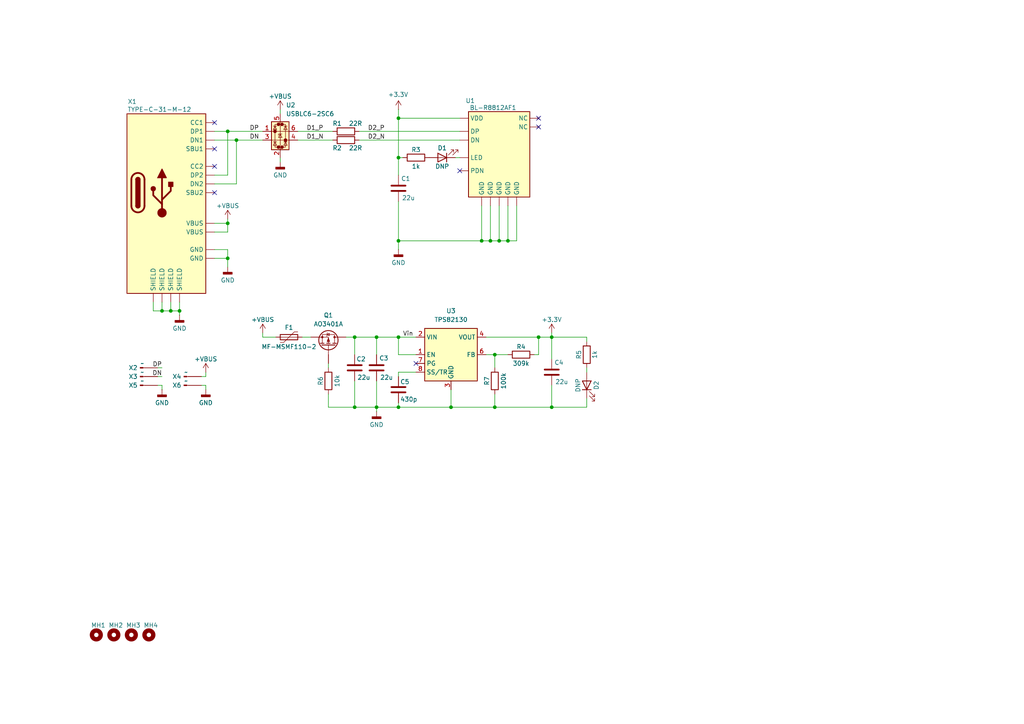
<source format=kicad_sch>
(kicad_sch (version 20231120) (generator "eeschema") (generator_version "8.0")
  (paper "A4")
  (lib_symbols
    (symbol "Device:C" (pin_numbers hide) (pin_names (offset 0.254))
      (property "Reference" "C" (at 0.635 2.54 0))
      (property "Value" "C" (at 0.635 -2.54 0))
      (symbol "C_0_1"
        (polyline (pts (xy -2.032 -0.762) (xy 2.032 -0.762)) (stroke (width 0.508)))
        (polyline (pts (xy -2.032 0.762) (xy 2.032 0.762)) (stroke (width 0.508)))
      )
      (symbol "C_1_1"
        (pin passive line (at 0 3.81 270) (length 2.794) (name "~") (number "1"))
        (pin passive line (at 0 -3.81 90) (length 2.794) (name "~") (number "2"))
      )
    )
    (symbol "Device:LED" (pin_numbers hide) (pin_names (offset 1.016) hide)
      (property "Reference" "D" (at 0 2.54 0))
      (property "Value" "LED" (at 0 -2.54 0))
      (symbol "LED_0_1"
        (polyline (pts (xy -1.27 -1.27) (xy -1.27 1.27)) (stroke (width 0.254)))
        (polyline (pts (xy -1.27 0) (xy 1.27 0)))
        (polyline (pts (xy 1.27 -1.27) (xy 1.27 1.27) (xy -1.27 0) (xy 1.27 -1.27)) (stroke (width 0.254)))
        (polyline (pts (xy -3.048 -0.762) (xy -4.572 -2.286) (xy -3.81 -2.286) (xy -4.572 -2.286) (xy -4.572 -1.524)))
        (polyline (pts (xy -1.778 -0.762) (xy -3.302 -2.286) (xy -2.54 -2.286) (xy -3.302 -2.286) (xy -3.302 -1.524)))
      )
      (symbol "LED_1_1"
        (pin passive line (at -3.81 0 0) (length 2.54) (name "K") (number "1"))
        (pin passive line (at 3.81 0 180) (length 2.54) (name "A") (number "2"))
      )
    )
    (symbol "Device:Polyfuse" (pin_numbers hide) (pin_names (offset 0))
      (property "Reference" "F" (at -2.54 0 90))
      (property "Value" "Polyfuse" (at 2.54 0 90))
      (symbol "Polyfuse_0_1"
        (rectangle (start -0.762 2.54) (end 0.762 -2.54) (stroke (width 0.254)))
        (polyline (pts (xy 0 2.54) (xy 0 -2.54)))
        (polyline (pts (xy -1.524 2.54) (xy -1.524 1.524) (xy 1.524 -1.524) (xy 1.524 -2.54)))
      )
      (symbol "Polyfuse_1_1"
        (pin passive line (at 0 3.81 270) (length 1.27) (name "~") (number "1"))
        (pin passive line (at 0 -3.81 90) (length 1.27) (name "~") (number "2"))
      )
    )
    (symbol "Device:R" (pin_numbers hide) (pin_names (offset 0))
      (property "Reference" "R" (at 2.032 0 90))
      (property "Value" "R" (at 0 0 90))
      (symbol "R_0_1"
        (rectangle (start -1.016 -2.54) (end 1.016 2.54) (stroke (width 0.254)))
      )
      (symbol "R_1_1"
        (pin passive line (at 0 3.81 270) (length 1.27) (name "~") (number "1"))
        (pin passive line (at 0 -3.81 90) (length 1.27) (name "~") (number "2"))
      )
    )
    (symbol "Mechanical:MountingHole" (pin_names (offset 1.016)) (exclude_from_sim yes) (in_bom no)
      (property "Reference" "H" (at 0 5.08 0))
      (property "Value" "MountingHole" (at 0 3.175 0))
      (symbol "MountingHole_0_1"
        (circle (center 0 0) (radius 1.27) (stroke (width 1.27)))
      )
    )
    (symbol "Power_Protection:USBLC6-2SC6" (pin_names hide)
      (property "Reference" "U" (at 0.635 5.715 0))
      (property "Value" "USBLC6-2SC6" (at 0.635 3.81 0))
      (symbol "USBLC6-2SC6_0_0"
        (circle (center -1.524 0) (radius 0.0001) (stroke (width 0.508)))
        (circle (center -0.508 -4.572) (radius 0.0001) (stroke (width 0.508)))
        (circle (center -0.508 2.032) (radius 0.0001) (stroke (width 0.508)))
        (circle (center 0.508 -4.572) (radius 0.0001) (stroke (width 0.508)))
        (circle (center 0.508 2.032) (radius 0.0001) (stroke (width 0.508)))
        (circle (center 1.524 -2.54) (radius 0.0001) (stroke (width 0.508)))
      )
      (symbol "USBLC6-2SC6_0_1"
        (polyline (pts (xy -2.54 -2.54) (xy 2.54 -2.54)))
        (polyline (pts (xy -2.54 0) (xy 2.54 0)))
        (polyline (pts (xy -2.032 -3.048) (xy -1.016 -3.048)))
        (polyline (pts (xy -1.016 1.524) (xy -2.032 1.524)))
        (polyline (pts (xy 1.016 -3.048) (xy 2.032 -3.048)))
        (polyline (pts (xy 1.016 1.524) (xy 2.032 1.524)))
        (polyline (pts (xy -0.508 -1.143) (xy -0.508 -0.762) (xy 0.508 -0.762)))
        (polyline (pts (xy -2.032 0.508) (xy -1.016 0.508) (xy -1.524 1.524) (xy -2.032 0.508)))
        (polyline (pts (xy -1.016 -4.064) (xy -2.032 -4.064) (xy -1.524 -3.048) (xy -1.016 -4.064)))
        (polyline (pts (xy 0.508 -1.778) (xy -0.508 -1.778) (xy 0 -0.762) (xy 0.508 -1.778)))
        (polyline (pts (xy 2.032 -4.064) (xy 1.016 -4.064) (xy 1.524 -3.048) (xy 2.032 -4.064)))
        (polyline (pts (xy 2.032 0.508) (xy 1.016 0.508) (xy 1.524 1.524) (xy 2.032 0.508)))
        (polyline (pts (xy 0 2.54) (xy -0.508 2.032) (xy 0.508 2.032) (xy 0 1.524) (xy 0 -4.064) (xy -0.508 -4.572) (xy 0.508 -4.572) (xy 0 -5.08)))
      )
      (symbol "USBLC6-2SC6_1_1"
        (rectangle (start -2.54 2.794) (end 2.54 -5.334) (stroke (width 0.254)) (fill (type background)))
        (polyline (pts (xy -0.508 2.032) (xy -1.524 2.032) (xy -1.524 -4.572) (xy -0.508 -4.572)))
        (polyline (pts (xy 0.508 -4.572) (xy 1.524 -4.572) (xy 1.524 2.032) (xy 0.508 2.032)))
        (pin passive line (at -5.08 0 0) (length 2.54) (name "I/O1") (number "1"))
        (pin passive line (at 0 -7.62 90) (length 2.54) (name "GND") (number "2"))
        (pin passive line (at -5.08 -2.54 0) (length 2.54) (name "I/O2") (number "3"))
        (pin passive line (at 5.08 -2.54 180) (length 2.54) (name "I/O2") (number "4"))
        (pin passive line (at 0 5.08 270) (length 2.54) (name "VBUS") (number "5"))
        (pin passive line (at 5.08 0 180) (length 2.54) (name "I/O1") (number "6"))
      )
    )
    (symbol "Regulator_Switching:TPS82130"
      (property "Reference" "U" (at 1.27 11.43 0))
      (property "Value" "TPS82130" (at 5.08 8.89 0))
      (symbol "TPS82130_0_1"
        (rectangle (start -7.62 7.62) (end 7.62 -7.62) (stroke (width 0.254)) (fill (type background)))
      )
      (symbol "TPS82130_1_1"
        (pin input line (at -10.16 0 0) (length 2.54) (name "EN") (number "1"))
        (pin power_in line (at -10.16 5.08 0) (length 2.54) (name "VIN") (number "2"))
        (pin power_in line (at 0 -10.16 90) (length 2.54) (name "GND") (number "3"))
        (pin power_out line (at 10.16 5.08 180) (length 2.54) (name "VOUT") (number "4"))
        (pin passive line (at 10.16 5.08 180) (length 2.54) hide (name "VOUT") (number "5"))
        (pin input line (at 10.16 0 180) (length 2.54) (name "FB") (number "6"))
        (pin open_collector line (at -10.16 -2.54 0) (length 2.54) (name "PG") (number "7"))
        (pin input line (at -10.16 -5.08 0) (length 2.54) (name "SS/TR") (number "8"))
        (pin passive line (at 0 -10.16 90) (length 2.54) hide (name "GND") (number "9"))
      )
    )
    (symbol "Transistor_FET:AO3401A" (pin_numbers hide) (pin_names hide)
      (property "Reference" "Q" (at 5.08 1.905 0))
      (property "Value" "AO3401A" (at 5.08 0 0))
      (symbol "AO3401A_0_1"
        (polyline (pts (xy 0.254 0) (xy -2.54 0)))
        (polyline (pts (xy 0.254 1.905) (xy 0.254 -1.905)) (stroke (width 0.254)))
        (polyline (pts (xy 0.762 -1.27) (xy 0.762 -2.286)) (stroke (width 0.254)))
        (polyline (pts (xy 0.762 0.508) (xy 0.762 -0.508)) (stroke (width 0.254)))
        (polyline (pts (xy 0.762 2.286) (xy 0.762 1.27)) (stroke (width 0.254)))
        (polyline (pts (xy 2.54 2.54) (xy 2.54 1.778)))
        (polyline (pts (xy 2.54 -2.54) (xy 2.54 0) (xy 0.762 0)))
        (polyline (pts (xy 0.762 1.778) (xy 3.302 1.778) (xy 3.302 -1.778) (xy 0.762 -1.778)))
        (polyline (pts (xy 2.286 0) (xy 1.27 0.381) (xy 1.27 -0.381) (xy 2.286 0)) (fill (type outline)))
        (polyline (pts (xy 2.794 -0.508) (xy 2.921 -0.381) (xy 3.683 -0.381) (xy 3.81 -0.254)))
        (polyline (pts (xy 3.302 -0.381) (xy 2.921 0.254) (xy 3.683 0.254) (xy 3.302 -0.381)))
        (circle (center 1.651 0) (radius 2.794) (stroke (width 0.254)))
        (circle (center 2.54 -1.778) (radius 0.254) (fill (type outline)))
        (circle (center 2.54 1.778) (radius 0.254) (fill (type outline)))
      )
      (symbol "AO3401A_1_1"
        (pin input line (at -5.08 0 0) (length 2.54) (name "G") (number "1"))
        (pin passive line (at 2.54 -5.08 90) (length 2.54) (name "S") (number "2"))
        (pin passive line (at 2.54 5.08 270) (length 2.54) (name "D") (number "3"))
      )
    )
    (symbol "Ulf:BL-R8812AF1" (pin_numbers hide)
      (property "Reference" "U" (at 3.048 6.35 0))
      (property "Value" "BL-R8812AF1 " (at 9.652 4.318 0))
      (symbol "BL-R8812AF1_0_0"
        (pin passive line (at 0 -13.97 0) (length 2.54) (name "PDN") (number "1"))
        (pin passive line (at 8.89 -24.13 90) (length 2.54) (name "GND") (number "10"))
        (pin no_connect line (at 22.86 -1.27 180) (length 2.54) (name "NC") (number "11"))
        (pin passive line (at 11.43 -24.13 90) (length 2.54) (name "GND") (number "12"))
        (pin passive line (at 0 1.27 0) (length 2.54) (name "VDD") (number "2"))
        (pin passive line (at 0 -5.08 0) (length 2.54) (name "DN") (number "3"))
        (pin passive line (at 0 -2.54 0) (length 2.54) (name "DP") (number "4"))
        (pin passive line (at 6.35 -24.13 90) (length 2.54) (name "GND") (number "5"))
        (pin passive line (at 0 -10.16 0) (length 2.54) (name "LED") (number "6"))
        (pin passive line (at 16.51 -24.13 90) (length 2.54) (name "GND") (number "7"))
        (pin no_connect line (at 22.86 1.27 180) (length 2.54) (name "NC") (number "8"))
        (pin passive line (at 13.97 -24.13 90) (length 2.54) (name "GND") (number "9"))
      )
      (symbol "BL-R8812AF1_0_1"
        (rectangle (start 2.54 3.175) (end 20.32 -21.59) (stroke (width 0.254)) (fill (type background)))
      )
    )
    (symbol "Ulf:TH_1_Pin" (pin_numbers hide) (pin_names hide)
      (property "Reference" "X" (at -2.286 0 0))
      (symbol "TH_1_Pin_1_1"
        (polyline (pts (xy 1.27 0) (xy 0.8636 0)) (stroke (width 0.1524)))
        (rectangle (start 0.8636 0.127) (end 0 -0.127) (stroke (width 0.1524)) (fill (type outline)))
        (pin passive line (at 5.08 0 180) (length 3.81) (name "Pin_1") (number "1"))
      )
    )
    (symbol "Ulf:TYPE-C-31-M-12" (pin_numbers hide) (pin_names (offset 0.635))
      (property "Reference" "X" (at -24.638 6.096 0))
      (property "Value" "TYPE-C-31-M-12" (at -16.256 3.81 0))
      (symbol "TYPE-C-31-M-12_0_0"
        (pin passive line (at 0 -29.21 180) (length 2.54) (name "VBUS") (number "A4B9"))
        (pin passive line (at 0 -2.54 180) (length 2.54) (name "DP1") (number "A6"))
        (pin passive line (at 0 -5.08 180) (length 2.54) (name "DN1") (number "A7"))
        (pin passive line (at 0 -7.62 180) (length 2.54) (name "SBU1") (number "A8"))
        (pin passive line (at 0 -39.37 180) (length 2.54) (name "GND") (number "B1A12"))
        (pin passive line (at 0 -31.75 180) (length 2.54) (name "VBUS") (number "B4A9"))
        (pin passive line (at 0 -12.7 180) (length 2.54) (name "CC2") (number "B5"))
        (pin passive line (at 0 -15.24 180) (length 2.54) (name "DP2") (number "B6"))
        (pin passive line (at 0 -17.78 180) (length 2.54) (name "DN2") (number "B7"))
        (pin passive line (at 0 -20.32 180) (length 2.54) (name "SBU2") (number "B8"))
        (pin passive line (at -15.24 -52.07 90) (length 2.54) (name "SHIELD") (number "SHIELD"))
        (pin passive line (at -12.7 -52.07 90) (length 2.54) (name "SHIELD") (number "SHIELD"))
        (pin passive line (at -10.16 -52.07 90) (length 2.54) (name "SHIELD") (number "SHIELD"))
      )
      (symbol "TYPE-C-31-M-12_0_1"
        (rectangle (start -25.4 2.54) (end -2.54 -49.53) (stroke (width 0.254)) (fill (type background)))
        (arc (start -24.13 -24.13) (mid -22.225 -26.0267) (end -20.32 -24.13) (stroke (width 0.508)))
        (arc (start -22.86 -24.13) (mid -22.225 -24.7623) (end -21.59 -24.13) (stroke (width 0.254)))
        (arc (start -22.86 -24.13) (mid -22.225 -24.7623) (end -21.59 -24.13) (stroke (width 0.254)) (fill (type outline)))
        (rectangle (start -22.86 -24.13) (end -21.59 -16.51) (stroke (width 0.254)) (fill (type outline)))
        (arc (start -21.59 -16.51) (mid -22.225 -15.8777) (end -22.86 -16.51) (stroke (width 0.254)))
        (arc (start -21.59 -16.51) (mid -22.225 -15.8777) (end -22.86 -16.51) (stroke (width 0.254)) (fill (type outline)))
        (arc (start -20.32 -16.51) (mid -22.225 -14.6133) (end -24.13 -16.51) (stroke (width 0.508)))
        (polyline (pts (xy -24.13 -24.13) (xy -24.13 -16.51)) (stroke (width 0.508)))
        (polyline (pts (xy -20.32 -16.51) (xy -20.32 -24.13)) (stroke (width 0.508)))
      )
      (symbol "TYPE-C-31-M-12_1_0"
        (pin passive line (at 0 -36.83 180) (length 2.54) (name "GND") (number "A1B12"))
        (pin passive line (at 0 0 180) (length 2.54) (name "CC1") (number "A5"))
        (pin passive line (at -17.78 -52.07 90) (length 2.54) (name "SHIELD") (number "SHIELD"))
      )
      (symbol "TYPE-C-31-M-12_1_1"
        (circle (center -17.78 -19.177) (radius 0.635) (stroke (width 0.254)) (fill (type outline)))
        (circle (center -15.24 -26.162) (radius 1.27) (fill (type outline)))
        (rectangle (start -13.335 -18.542) (end -12.065 -17.272) (stroke (width 0.254)) (fill (type outline)))
        (polyline (pts (xy -15.24 -26.162) (xy -15.24 -16.002)) (stroke (width 0.508)))
        (polyline (pts (xy -15.24 -23.622) (xy -17.78 -21.082) (xy -17.78 -19.812)) (stroke (width 0.508)))
        (polyline (pts (xy -15.24 -22.352) (xy -12.7 -19.812) (xy -12.7 -18.542)) (stroke (width 0.508)))
        (polyline (pts (xy -16.51 -16.002) (xy -15.24 -13.462) (xy -13.97 -16.002) (xy -16.51 -16.002)) (stroke (width 0.254)) (fill (type outline)))
      )
    )
    (symbol "power:GNDD" (power) (pin_numbers hide) (pin_names (offset 0) hide)
      (property "Value" "GNDD" (at 0 -3.175 0))
      (symbol "GNDD_0_1"
        (rectangle (start -1.27 -1.524) (end 1.27 -2.032) (stroke (width 0.254)) (fill (type outline)))
        (polyline (pts (xy 0 0) (xy 0 -1.524)))
      )
      (symbol "GNDD_1_1"
        (pin power_in line (at 0 0 270) (length 0) (name "~") (number "1"))
      )
    )
    (symbol "power:VDD" (power) (pin_numbers hide) (pin_names (offset 0) hide)
      (property "Value" "VDD" (at 0 3.556 0))
      (symbol "VDD_0_1"
        (polyline (pts (xy -0.762 1.27) (xy 0 2.54)))
        (polyline (pts (xy 0 0) (xy 0 2.54)))
        (polyline (pts (xy 0 2.54) (xy 0.762 1.27)))
      )
      (symbol "VDD_1_1"
        (pin power_in line (at 0 0 90) (length 0) (name "~") (number "1"))
      )
    )
  )
  (junction (at 115.57 45.72))
  (junction (at 115.57 97.79))
  (junction (at 142.24 69.85))
  (junction (at 156.21 97.79))
  (junction (at 115.57 69.85))
  (junction (at 115.57 118.11))
  (junction (at 139.7 69.85))
  (junction (at 147.32 69.85))
  (junction (at 52.07 90.17))
  (junction (at 143.51 102.87))
  (junction (at 109.22 97.79))
  (junction (at 66.04 64.77))
  (junction (at 68.58 40.64))
  (junction (at 66.04 38.1))
  (junction (at 160.02 118.11))
  (junction (at 46.99 90.17))
  (junction (at 102.87 97.79))
  (junction (at 115.57 34.29))
  (junction (at 102.87 118.11))
  (junction (at 66.04 74.93))
  (junction (at 143.51 118.11))
  (junction (at 49.53 90.17))
  (junction (at 144.78 69.85))
  (junction (at 109.22 118.11))
  (junction (at 160.02 97.79))
  (junction (at 130.81 118.11))
  (no_connect (at 62.23 35.56))
  (no_connect (at 156.21 36.83))
  (no_connect (at 120.65 105.41))
  (no_connect (at 133.35 49.53))
  (no_connect (at 62.23 48.26))
  (no_connect (at 156.21 34.29))
  (no_connect (at 62.23 43.18))
  (no_connect (at 62.23 55.88))
  (wire (pts (xy 109.22 97.79) (xy 102.87 97.79)))
  (wire (pts (xy 140.97 102.87) (xy 143.51 102.87)))
  (wire (pts (xy 115.57 69.85) (xy 139.7 69.85)))
  (wire (pts (xy 102.87 110.49) (xy 102.87 118.11)))
  (wire (pts (xy 115.57 107.95) (xy 120.65 107.95)))
  (wire (pts (xy 147.32 69.85) (xy 144.78 69.85)))
  (wire (pts (xy 149.86 69.85) (xy 147.32 69.85)))
  (wire (pts (xy 143.51 118.11) (xy 160.02 118.11)))
  (wire (pts (xy 59.69 109.22) (xy 59.69 107.95)))
  (wire (pts (xy 140.97 97.79) (xy 156.21 97.79)))
  (wire (pts (xy 86.36 38.1) (xy 96.52 38.1)))
  (wire (pts (xy 68.58 53.34) (xy 68.58 40.64)))
  (wire (pts (xy 62.23 53.34) (xy 68.58 53.34)))
  (wire (pts (xy 100.33 97.79) (xy 102.87 97.79)))
  (wire (pts (xy 142.24 59.69) (xy 142.24 69.85)))
  (wire (pts (xy 104.14 40.64) (xy 133.35 40.64)))
  (wire (pts (xy 115.57 34.29) (xy 115.57 45.72)))
  (wire (pts (xy 156.21 97.79) (xy 156.21 102.87)))
  (wire (pts (xy 76.2 97.79) (xy 80.01 97.79)))
  (wire (pts (xy 62.23 40.64) (xy 68.58 40.64)))
  (wire (pts (xy 49.53 87.63) (xy 49.53 90.17)))
  (wire (pts (xy 143.51 102.87) (xy 143.51 106.68)))
  (wire (pts (xy 62.23 72.39) (xy 66.04 72.39)))
  (wire (pts (xy 143.51 118.11) (xy 130.81 118.11)))
  (wire (pts (xy 62.23 67.31) (xy 66.04 67.31)))
  (wire (pts (xy 58.42 109.22) (xy 59.69 109.22)))
  (wire (pts (xy 95.25 118.11) (xy 102.87 118.11)))
  (wire (pts (xy 45.72 111.76) (xy 46.99 111.76)))
  (wire (pts (xy 68.58 40.64) (xy 76.2 40.64)))
  (wire (pts (xy 81.28 45.72) (xy 81.28 46.99)))
  (wire (pts (xy 62.23 74.93) (xy 66.04 74.93)))
  (wire (pts (xy 109.22 118.11) (xy 109.22 119.38)))
  (wire (pts (xy 170.18 118.11) (xy 160.02 118.11)))
  (wire (pts (xy 115.57 34.29) (xy 133.35 34.29)))
  (wire (pts (xy 170.18 115.57) (xy 170.18 118.11)))
  (wire (pts (xy 109.22 97.79) (xy 115.57 97.79)))
  (wire (pts (xy 66.04 72.39) (xy 66.04 74.93)))
  (wire (pts (xy 44.45 90.17) (xy 46.99 90.17)))
  (wire (pts (xy 160.02 111.76) (xy 160.02 118.11)))
  (wire (pts (xy 115.57 45.72) (xy 115.57 50.8)))
  (wire (pts (xy 66.04 64.77) (xy 66.04 67.31)))
  (wire (pts (xy 102.87 118.11) (xy 109.22 118.11)))
  (wire (pts (xy 115.57 69.85) (xy 115.57 72.39)))
  (wire (pts (xy 46.99 87.63) (xy 46.99 90.17)))
  (wire (pts (xy 44.45 87.63) (xy 44.45 90.17)))
  (wire (pts (xy 143.51 114.3) (xy 143.51 118.11)))
  (wire (pts (xy 130.81 113.03) (xy 130.81 118.11)))
  (wire (pts (xy 66.04 38.1) (xy 66.04 50.8)))
  (wire (pts (xy 115.57 118.11) (xy 109.22 118.11)))
  (wire (pts (xy 120.65 102.87) (xy 115.57 102.87)))
  (wire (pts (xy 66.04 74.93) (xy 66.04 77.47)))
  (wire (pts (xy 115.57 58.42) (xy 115.57 69.85)))
  (wire (pts (xy 115.57 116.84) (xy 115.57 118.11)))
  (wire (pts (xy 142.24 69.85) (xy 139.7 69.85)))
  (wire (pts (xy 143.51 102.87) (xy 147.32 102.87)))
  (wire (pts (xy 160.02 97.79) (xy 160.02 104.14)))
  (wire (pts (xy 76.2 96.52) (xy 76.2 97.79)))
  (wire (pts (xy 109.22 110.49) (xy 109.22 118.11)))
  (wire (pts (xy 144.78 59.69) (xy 144.78 69.85)))
  (wire (pts (xy 115.57 109.22) (xy 115.57 107.95)))
  (wire (pts (xy 66.04 63.5) (xy 66.04 64.77)))
  (wire (pts (xy 156.21 102.87) (xy 154.94 102.87)))
  (wire (pts (xy 62.23 38.1) (xy 66.04 38.1)))
  (wire (pts (xy 102.87 97.79) (xy 102.87 102.87)))
  (wire (pts (xy 95.25 105.41) (xy 95.25 106.68)))
  (wire (pts (xy 147.32 59.69) (xy 147.32 69.85)))
  (wire (pts (xy 109.22 102.87) (xy 109.22 97.79)))
  (wire (pts (xy 149.86 59.69) (xy 149.86 69.85)))
  (wire (pts (xy 46.99 90.17) (xy 49.53 90.17)))
  (wire (pts (xy 52.07 90.17) (xy 52.07 91.44)))
  (wire (pts (xy 66.04 38.1) (xy 76.2 38.1)))
  (wire (pts (xy 46.99 111.76) (xy 46.99 113.03)))
  (wire (pts (xy 170.18 106.68) (xy 170.18 107.95)))
  (wire (pts (xy 156.21 97.79) (xy 160.02 97.79)))
  (wire (pts (xy 81.28 31.75) (xy 81.28 33.02)))
  (wire (pts (xy 115.57 31.75) (xy 115.57 34.29)))
  (wire (pts (xy 87.63 97.79) (xy 90.17 97.79)))
  (wire (pts (xy 116.84 45.72) (xy 115.57 45.72)))
  (wire (pts (xy 62.23 50.8) (xy 66.04 50.8)))
  (wire (pts (xy 130.81 118.11) (xy 115.57 118.11)))
  (wire (pts (xy 170.18 99.06) (xy 170.18 97.79)))
  (wire (pts (xy 160.02 96.52) (xy 160.02 97.79)))
  (wire (pts (xy 170.18 97.79) (xy 160.02 97.79)))
  (wire (pts (xy 58.42 111.76) (xy 59.69 111.76)))
  (wire (pts (xy 86.36 40.64) (xy 96.52 40.64)))
  (wire (pts (xy 139.7 59.69) (xy 139.7 69.85)))
  (wire (pts (xy 46.99 109.22) (xy 45.72 109.22)))
  (wire (pts (xy 59.69 111.76) (xy 59.69 113.03)))
  (wire (pts (xy 115.57 97.79) (xy 120.65 97.79)))
  (wire (pts (xy 104.14 38.1) (xy 133.35 38.1)))
  (wire (pts (xy 46.99 106.68) (xy 45.72 106.68)))
  (wire (pts (xy 95.25 114.3) (xy 95.25 118.11)))
  (wire (pts (xy 115.57 102.87) (xy 115.57 97.79)))
  (wire (pts (xy 62.23 64.77) (xy 66.04 64.77)))
  (wire (pts (xy 132.08 45.72) (xy 133.35 45.72)))
  (wire (pts (xy 52.07 87.63) (xy 52.07 90.17)))
  (wire (pts (xy 49.53 90.17) (xy 52.07 90.17)))
  (wire (pts (xy 142.24 69.85) (xy 144.78 69.85)))
  (label "D2_P" (at 106.68 38.1 0))
  (label "Vin" (at 116.84 97.79 0))
  (label "D2_N" (at 106.68 40.64 0))
  (label "DP" (at 46.99 106.68 180))
  (label "D1_P" (at 88.9 38.1 0))
  (label "DN" (at 72.39 40.64 0))
  (label "DP" (at 72.39 38.1 0))
  (label "DN" (at 46.99 109.22 180))
  (label "D1_N" (at 88.9 40.64 0))
  (symbol (lib_id "Mechanical:MountingHole") (at 43.18 184.15 0) (unit 1) (exclude_from_sim yes) (in_bom no)
    (property "Reference" "MH4" (at 41.656 181.356 0) (effects (justify left)))
    (property "Value" "MountingHole" (effects (hide yes)))
    (property "Footprint" "MountingHole:MountingHole_2.2mm_M2" (effects (hide yes)))
    (property "Description" "Mounting Hole without connection" (effects (hide yes)))
  )
  (symbol (lib_id "Device:C") (at 115.57 54.61 0) (unit 1)
    (property "Reference" "C1" (at 116.332 51.816 0) (effects (justify left)))
    (property "Value" "22u" (at 116.586 57.404 0) (effects (justify left)))
    (property "Footprint" "Capacitor_SMD:C_1206_3216Metric" (effects (hide yes)))
    (property "Description" "Unpolarized capacitor" (effects (hide yes)))
  )
  (symbol (lib_id "power:VDD") (at 76.2 96.52 0) (unit 1)
    (property "Reference" "#PWR08" (effects (hide yes)))
    (property "Value" "+VBUS" (at 76.2 92.71 0))
    (property "Description" "Power symbol creates a global label with name \"VDD\"" (effects (hide yes)))
  )
  (symbol (lib_id "Device:R") (at 100.33 38.1 90) (unit 1)
    (property "Reference" "R1" (at 97.79 35.814 90))
    (property "Value" "22R" (at 103.124 35.814 90))
    (property "Footprint" "Resistor_SMD:R_0402_1005Metric" (effects (hide yes)))
    (property "Description" "Resistor" (effects (hide yes)))
  )
  (symbol (lib_id "power:VDD") (at 115.57 31.75 0) (unit 1)
    (property "Reference" "#PWR02" (effects (hide yes)))
    (property "Value" "+3.3V" (at 112.522 27.432 0) (effects (justify left)))
    (property "Description" "Power symbol creates a global label with name \"VDD\"" (effects (hide yes)))
  )
  (symbol (lib_id "power:VDD") (at 66.04 63.5 0) (unit 1)
    (property "Reference" "#PWR04" (effects (hide yes)))
    (property "Value" "+VBUS" (at 66.04 59.69 0))
    (property "Description" "Power symbol creates a global label with name \"VDD\"" (effects (hide yes)))
  )
  (symbol (lib_id "Device:R") (at 120.65 45.72 270) (unit 1)
    (property "Reference" "R3" (at 120.65 43.434 90))
    (property "Value" "1k" (at 120.65 48.26 90))
    (property "Footprint" "Resistor_SMD:R_0402_1005Metric" (effects (hide yes)))
    (property "Description" "Resistor" (effects (hide yes)))
  )
  (symbol (lib_id "Ulf:TH_1_Pin") (at 53.34 111.76 0) (unit 1)
    (property "Reference" "X6" (at 51.308 111.76 0))
    (property "Value" "~" (at 53.975 110.49 0))
    (property "Footprint" "ULF:TH_1.7_1.7_1" (effects (hide yes)))
  )
  (symbol (lib_id "Regulator_Switching:TPS82130") (at 130.81 102.87 0) (unit 1)
    (property "Reference" "U3" (at 130.81 90.17 0))
    (property "Value" "TPS82130" (at 130.81 92.71 0))
    (property "Footprint" "Package_LGA:Texas_SIL0008D_MicroSiP-8-1EP_2.8x3mm_P0.65mm_EP1.1x1.9mm" (effects (hide yes)))
    (property "Datasheet" "http://www.ti.com/lit/ds/symlink/tps82130.pdf" (effects (hide yes)))
    (property "Description" "17V Input 3A Step-Down Converter MicroSiP Module with Integrated Inductor, μSiL-8" (effects (hide yes)))
  )
  (symbol (lib_id "Device:C") (at 109.22 106.68 0) (unit 1)
    (property "Reference" "C3" (at 109.982 103.886 0) (effects (justify left)))
    (property "Value" "22u" (at 110.236 109.474 0) (effects (justify left)))
    (property "Footprint" "Capacitor_SMD:C_1206_3216Metric" (effects (hide yes)))
    (property "Description" "Unpolarized capacitor" (effects (hide yes)))
  )
  (symbol (lib_id "Ulf:TH_1_Pin") (at 40.64 109.22 0) (unit 1)
    (property "Reference" "X3" (at 38.608 109.22 0))
    (property "Value" "~" (at 41.275 107.95 0))
    (property "Footprint" "ULF:TH_1_1_0.65" (effects (hide yes)))
  )
  (symbol (lib_id "Device:R") (at 170.18 102.87 180) (unit 1)
    (property "Reference" "R5" (at 167.894 102.87 90))
    (property "Value" "1k" (at 172.466 102.87 90))
    (property "Footprint" "Resistor_SMD:R_0402_1005Metric" (effects (hide yes)))
    (property "Description" "Resistor" (effects (hide yes)))
  )
  (symbol (lib_id "Device:Polyfuse") (at 83.82 97.79 90) (unit 1)
    (property "Reference" "F1" (at 83.82 94.996 90))
    (property "Value" "MF-MSMF110-2" (at 83.82 100.584 90))
    (property "Footprint" "Fuse:Fuse_1812_4532Metric_Pad1.30x3.40mm_HandSolder" (effects (hide yes)))
    (property "Description" "Resettable fuse, polymeric positive temperature coefficient" (effects (hide yes)))
  )
  (symbol (lib_id "Device:LED") (at 170.18 111.76 90) (unit 1)
    (property "Reference" "D2" (at 172.974 111.76 0))
    (property "Value" "DNP" (at 167.64 111.76 0))
    (property "Footprint" "LED_SMD:LED_0603_1608Metric" (effects (hide yes)))
    (property "Description" "Light emitting diode" (effects (hide yes)))
  )
  (symbol (lib_id "Ulf:TH_1_Pin") (at 40.64 111.76 0) (unit 1)
    (property "Reference" "X5" (at 38.608 111.76 0))
    (property "Value" "~" (at 41.275 110.49 0))
    (property "Footprint" "ULF:TH_1_1_0.65" (effects (hide yes)))
  )
  (symbol (lib_id "Device:C") (at 160.02 107.95 0) (unit 1)
    (property "Reference" "C4" (at 160.782 105.156 0) (effects (justify left)))
    (property "Value" "22u" (at 161.036 110.744 0) (effects (justify left)))
    (property "Footprint" "Capacitor_SMD:C_1206_3216Metric" (effects (hide yes)))
    (property "Description" "Unpolarized capacitor" (effects (hide yes)))
  )
  (symbol (lib_id "Device:C") (at 115.57 113.03 0) (unit 1)
    (property "Reference" "C5" (at 116.078 110.744 0) (effects (justify left)))
    (property "Value" "430p" (at 116.078 115.824 0) (effects (justify left)))
    (property "Footprint" "Capacitor_SMD:C_0402_1005Metric" (effects (hide yes)))
    (property "Description" "Unpolarized capacitor" (effects (hide yes)))
  )
  (symbol (lib_id "Ulf:TH_1_Pin") (at 53.34 109.22 0) (unit 1)
    (property "Reference" "X4" (at 51.308 109.22 0))
    (property "Value" "~" (at 53.975 107.95 0))
    (property "Footprint" "ULF:TH_1.7_1.7_1" (effects (hide yes)))
  )
  (symbol (lib_id "power:GNDD") (at 81.28 46.99 0) (unit 1)
    (property "Reference" "#PWR03" (effects (hide yes)))
    (property "Value" "GND" (at 81.28 50.8 0))
    (property "Description" "Power symbol creates a global label with name \"GNDD\" , digital ground" (effects (hide yes)))
  )
  (symbol (lib_id "power:GNDD") (at 59.69 113.03 0) (unit 1)
    (property "Reference" "#PWR012" (effects (hide yes)))
    (property "Value" "GND" (at 59.69 116.84 0))
    (property "Description" "Power symbol creates a global label with name \"GNDD\" , digital ground" (effects (hide yes)))
  )
  (symbol (lib_id "Device:R") (at 151.13 102.87 90) (unit 1)
    (property "Reference" "R4" (at 151.13 100.584 90))
    (property "Value" "309k" (at 151.13 105.41 90))
    (property "Footprint" "Resistor_SMD:R_0402_1005Metric" (effects (hide yes)))
    (property "Description" "Resistor" (effects (hide yes)))
  )
  (symbol (lib_id "Mechanical:MountingHole") (at 38.1 184.15 0) (unit 1) (exclude_from_sim yes) (in_bom no)
    (property "Reference" "MH3" (at 36.576 181.356 0) (effects (justify left)))
    (property "Value" "MountingHole" (effects (hide yes)))
    (property "Footprint" "MountingHole:MountingHole_2.2mm_M2" (effects (hide yes)))
    (property "Description" "Mounting Hole without connection" (effects (hide yes)))
  )
  (symbol (lib_id "Device:R") (at 143.51 110.49 180) (unit 1)
    (property "Reference" "R7" (at 141.224 110.49 90))
    (property "Value" "100k" (at 146.05 110.49 90))
    (property "Footprint" "Resistor_SMD:R_0402_1005Metric" (effects (hide yes)))
    (property "Description" "Resistor" (effects (hide yes)))
  )
  (symbol (lib_id "Device:LED") (at 128.27 45.72 180) (unit 1)
    (property "Reference" "D1" (at 128.27 42.926 0))
    (property "Value" "DNP" (at 128.27 48.26 0))
    (property "Footprint" "LED_SMD:LED_0603_1608Metric" (effects (hide yes)))
    (property "Description" "Light emitting diode" (effects (hide yes)))
  )
  (symbol (lib_id "power:VDD") (at 81.28 31.75 0) (unit 1)
    (property "Reference" "#PWR01" (effects (hide yes)))
    (property "Value" "+VBUS" (at 81.28 27.94 0))
    (property "Description" "Power symbol creates a global label with name \"VDD\"" (effects (hide yes)))
  )
  (symbol (lib_id "Mechanical:MountingHole") (at 27.94 184.15 0) (unit 1) (exclude_from_sim yes) (in_bom no)
    (property "Reference" "MH1" (at 26.416 181.356 0) (effects (justify left)))
    (property "Value" "MountingHole" (effects (hide yes)))
    (property "Footprint" "MountingHole:MountingHole_2.2mm_M2" (effects (hide yes)))
    (property "Description" "Mounting Hole without connection" (effects (hide yes)))
  )
  (symbol (lib_id "power:GNDD") (at 46.99 113.03 0) (unit 1)
    (property "Reference" "#PWR011" (effects (hide yes)))
    (property "Value" "GND" (at 46.99 116.84 0))
    (property "Description" "Power symbol creates a global label with name \"GNDD\" , digital ground" (effects (hide yes)))
  )
  (symbol (lib_id "Mechanical:MountingHole") (at 33.02 184.15 0) (unit 1) (exclude_from_sim yes) (in_bom no)
    (property "Reference" "MH2" (at 31.496 181.356 0) (effects (justify left)))
    (property "Value" "MountingHole" (effects (hide yes)))
    (property "Footprint" "MountingHole:MountingHole_2.2mm_M2" (effects (hide yes)))
    (property "Description" "Mounting Hole without connection" (effects (hide yes)))
  )
  (symbol (lib_id "power:GNDD") (at 66.04 77.47 0) (unit 1)
    (property "Reference" "#PWR06" (effects (hide yes)))
    (property "Value" "GND" (at 66.04 81.28 0))
    (property "Description" "Power symbol creates a global label with name \"GNDD\" , digital ground" (effects (hide yes)))
  )
  (symbol (lib_id "Transistor_FET:AO3401A") (at 95.25 100.33 270) (mirror x) (unit 1)
    (property "Reference" "Q1" (at 95.25 91.44 90))
    (property "Value" "AO3401A" (at 95.25 93.98 90))
    (property "Footprint" "Package_TO_SOT_SMD:SOT-23" (effects (hide yes)))
    (property "Datasheet" "http://www.aosmd.com/pdfs/datasheet/AO3401A.pdf" (effects (hide yes)))
    (property "Description" "-4.0A Id, -30V Vds, P-Channel MOSFET, SOT-23" (effects (hide yes)))
  )
  (symbol (lib_id "Device:R") (at 95.25 110.49 180) (unit 1)
    (property "Reference" "R6" (at 92.964 110.49 90))
    (property "Value" "10k" (at 97.79 110.49 90))
    (property "Footprint" "Resistor_SMD:R_0402_1005Metric" (effects (hide yes)))
    (property "Description" "Resistor" (effects (hide yes)))
  )
  (symbol (lib_id "power:VDD") (at 59.69 107.95 0) (unit 1)
    (property "Reference" "#PWR010" (effects (hide yes)))
    (property "Value" "+VBUS" (at 59.69 104.14 0))
    (property "Description" "Power symbol creates a global label with name \"VDD\"" (effects (hide yes)))
  )
  (symbol (lib_id "power:GNDD") (at 115.57 72.39 0) (unit 1)
    (property "Reference" "#PWR05" (effects (hide yes)))
    (property "Value" "GND" (at 115.57 76.2 0))
    (property "Description" "Power symbol creates a global label with name \"GNDD\" , digital ground" (effects (hide yes)))
  )
  (symbol (lib_id "Ulf:TH_1_Pin") (at 40.64 106.68 0) (unit 1)
    (property "Reference" "X2" (at 38.608 106.68 0))
    (property "Value" "~" (at 41.275 105.41 0))
    (property "Footprint" "ULF:TH_1_1_0.65" (effects (hide yes)))
  )
  (symbol (lib_id "power:VDD") (at 160.02 96.52 0) (unit 1)
    (property "Reference" "#PWR09" (effects (hide yes)))
    (property "Value" "+3.3V" (at 160.02 92.71 0))
    (property "Description" "Power symbol creates a global label with name \"VDD\"" (effects (hide yes)))
  )
  (symbol (lib_id "Ulf:BL-R8812AF1") (at 133.35 35.56 0) (unit 1)
    (property "Reference" "U1" (at 136.398 29.21 0))
    (property "Value" "BL-R8812AF1" (at 143.002 31.242 0))
    (property "Footprint" "ULF:BL-R8812AF1" (effects (hide yes)))
    (property "Datasheet" "https://fcc.report/FCC-ID/2AL6K-R8812AF1/4028148.pdf" (effects (hide yes)))
    (property "Description" "IEEE 802.11a/ b/g/n/ac 2T2R USB2.0 WiFi Module" (effects (hide yes)))
  )
  (symbol (lib_id "Power_Protection:USBLC6-2SC6") (at 81.28 38.1 0) (unit 1)
    (property "Reference" "U2" (at 82.9311 30.48 0) (effects (justify left)))
    (property "Value" "USBLC6-2SC6" (at 82.9311 33.02 0) (effects (justify left)))
    (property "Footprint" "Package_TO_SOT_SMD:SOT-23-6" (effects (hide yes)))
    (property "Datasheet" "https://www.st.com/resource/en/datasheet/usblc6-2.pdf" (effects (hide yes)))
    (property "Description" "Very low capacitance ESD protection diode, 2 data-line, SOT-23-6" (effects (hide yes)))
  )
  (symbol (lib_id "Ulf:TYPE-C-31-M-12") (at 62.23 35.56 0) (unit 1)
    (property "Reference" "X1" (at 38.354 29.464 0))
    (property "Value" "TYPE-C-31-M-12" (at 46.228 31.75 0))
    (property "Footprint" "ULF:HRO-TYPE-C-31-M-12" (effects (hide yes)))
    (property "Datasheet" "https://www.lcsc.com/datasheet/lcsc_datasheet_2410010003_Korean-Hroparts-Elec-TYPE-C-31-M-12_C165948.pdf" (effects (hide yes)))
    (property "Description" "TYPE-C 12P" (effects (hide yes)))
  )
  (symbol (lib_id "Device:R") (at 100.33 40.64 90) (unit 1)
    (property "Reference" "R2" (at 97.79 42.926 90))
    (property "Value" "22R" (at 103.124 42.926 90))
    (property "Footprint" "Resistor_SMD:R_0402_1005Metric" (effects (hide yes)))
    (property "Description" "Resistor" (effects (hide yes)))
  )
  (symbol (lib_id "power:GNDD") (at 52.07 91.44 0) (unit 1)
    (property "Reference" "#PWR07" (effects (hide yes)))
    (property "Value" "GND" (at 52.07 95.25 0))
    (property "Description" "Power symbol creates a global label with name \"GNDD\" , digital ground" (effects (hide yes)))
  )
  (symbol (lib_id "Device:C") (at 102.87 106.68 0) (unit 1)
    (property "Reference" "C2" (at 103.378 104.14 0) (effects (justify left)))
    (property "Value" "22u" (at 103.632 109.474 0) (effects (justify left)))
    (property "Footprint" "Capacitor_SMD:C_1206_3216Metric" (effects (hide yes)))
    (property "Description" "Unpolarized capacitor" (effects (hide yes)))
  )
  (symbol (lib_id "power:GNDD") (at 109.22 119.38 0) (unit 1)
    (property "Reference" "#PWR013" (effects (hide yes)))
    (property "Value" "GND" (at 109.22 123.19 0))
    (property "Description" "Power symbol creates a global label with name \"GNDD\" , digital ground" (effects (hide yes)))
  )
)
</source>
